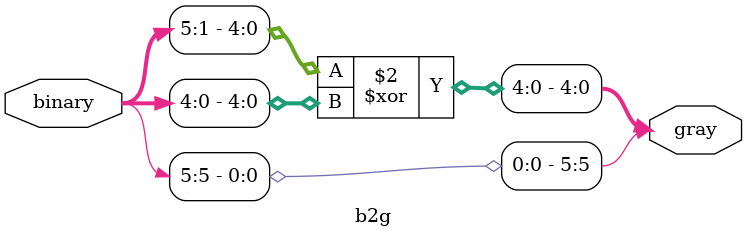
<source format=sv>
module b2g #(BITSIZE = 6)(
        input [BITSIZE-1:0] binary,
        output logic [BITSIZE-1:0] gray
    );
    
    always_comb begin
        gray = {binary[BITSIZE-1], binary[BITSIZE-1:1]^binary[BITSIZE-2:0]};
    end
    
endmodule

</source>
